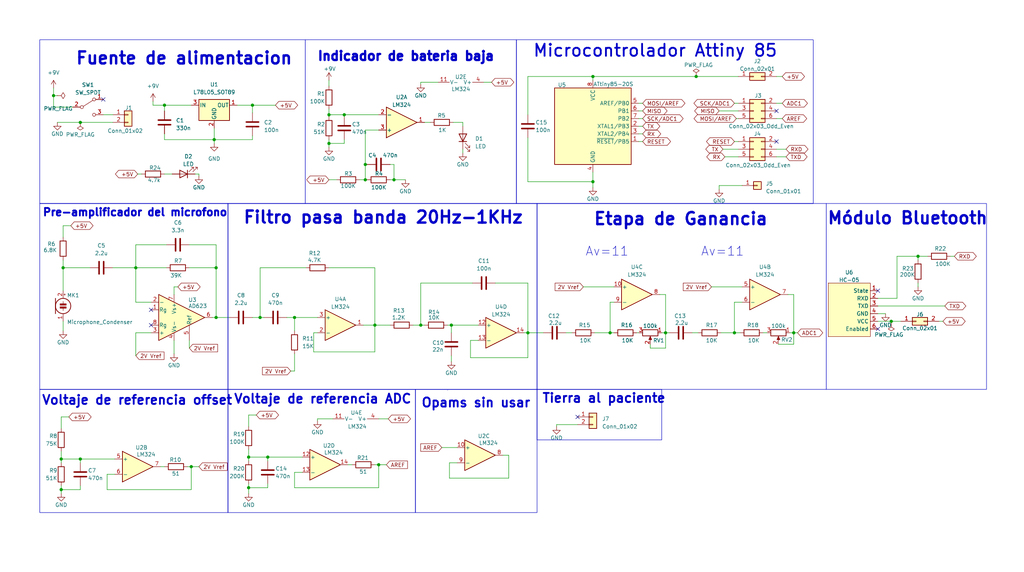
<source format=kicad_sch>
(kicad_sch (version 20230121) (generator eeschema)
  (paper "User" 340.004 189.992)
  (lib_symbols
    (symbol "Amplifier_Instrumentation:AD623" (pin_names (offset 0.127))
      (property "Reference" "U" (at 3.81 7.62 0))
      (property "Value" "AD623" (at 5.08 5.08 0))
      (symbol "AD623_1_1"
        (pin passive line (at -10.16 2.54 0) (length 2.54) (name "Rg") (number "1"))
        (pin input line (at -10.16 5.08 0) (length 2.54) (name "-") (number "2"))
        (pin input line (at -10.16 -5.08 0) (length 2.54) (name "+") (number "3"))
        (pin power_in line (at -2.54 -7.62 90) (length 2.54) (name "Vs-") (number "4"))
        (pin passive line (at 2.54 -7.62 90) (length 5.08) (name "Ref") (number "5"))
        (pin output line (at 10.16 0 180) (length 2.54) (name "~") (number "6"))
        (pin power_in line (at -2.54 7.62 270) (length 2.54) (name "Vs+") (number "7"))
        (pin passive line (at -10.16 -2.54 0) (length 2.54) (name "Rg") (number "8"))
      )
    )
    (symbol "Amplifier_Operational:LM324" (pin_names (offset 0.127))
      (property "Reference" "U" (at 0 5.08 0))
      (property "Value" "LM324" (at 0 -5.08 0))
      (symbol "LM324_1_1"
        (pin output line (at 7.62 0 180) (length 2.54) (name "~") (number "1"))
        (pin input line (at -7.62 -2.54 0) (length 2.54) (name "-") (number "2"))
        (pin input line (at -7.62 2.54 0) (length 2.54) (name "+") (number "3"))
      )
      (symbol "LM324_2_1"
        (pin input line (at -7.62 2.54 0) (length 2.54) (name "+") (number "5"))
        (pin input line (at -7.62 -2.54 0) (length 2.54) (name "-") (number "6"))
        (pin output line (at 7.62 0 180) (length 2.54) (name "~") (number "7"))
      )
      (symbol "LM324_3_1"
        (pin input line (at -7.62 2.54 0) (length 2.54) (name "+") (number "10"))
        (pin output line (at 7.62 0 180) (length 2.54) (name "~") (number "8"))
        (pin input line (at -7.62 -2.54 0) (length 2.54) (name "-") (number "9"))
      )
      (symbol "LM324_4_1"
        (pin input line (at -7.62 2.54 0) (length 2.54) (name "+") (number "12"))
        (pin input line (at -7.62 -2.54 0) (length 2.54) (name "-") (number "13"))
        (pin output line (at 7.62 0 180) (length 2.54) (name "~") (number "14"))
      )
      (symbol "LM324_5_1"
        (pin power_in line (at -2.54 -7.62 90) (length 3.81) (name "V-") (number "11"))
        (pin power_in line (at -2.54 7.62 270) (length 3.81) (name "V+") (number "4"))
      )
    )
    (symbol "Bluetooth:HC-05"
      (property "Reference" "U" (at 6.35 8.89 0))
      (property "Value" "HC-05" (at -3.81 8.89 0))
      (symbol "HC-05_1_1"
        (pin bidirectional line (at 10.16 5.08 180) (length 2.54) (name "State") (number "1"))
        (pin bidirectional line (at 10.16 2.54 180) (length 2.54) (name "RXD") (number "2"))
        (pin bidirectional line (at 10.16 0 180) (length 2.54) (name "TXD") (number "3"))
        (pin power_in line (at 10.16 -2.54 180) (length 2.54) (name "GND") (number "4"))
        (pin power_in line (at 10.16 -5.08 180) (length 2.54) (name "VCC") (number "5"))
        (pin bidirectional line (at 10.16 -7.62 180) (length 2.54) (name "Enabled") (number "6"))
      )
    )
    (symbol "Connector_Generic:Conn_01x01" (pin_names (offset 1.016) hide)
      (property "Reference" "J" (at 0 2.54 0))
      (property "Value" "Conn_01x01" (at 0 -2.54 0))
      (symbol "Conn_01x01_1_1"
        (pin passive line (at -5.08 0 0) (length 3.81) (name "Pin_1") (number "1"))
      )
    )
    (symbol "Connector_Generic:Conn_01x02" (pin_names (offset 1.016) hide)
      (property "Reference" "J" (at 0 2.54 0))
      (property "Value" "Conn_01x02" (at 0 -5.08 0))
      (symbol "Conn_01x02_1_1"
        (pin passive line (at -5.08 0 0) (length 3.81) (name "Pin_1") (number "1"))
        (pin passive line (at -5.08 -2.54 0) (length 3.81) (name "Pin_2") (number "2"))
      )
    )
    (symbol "Connector_Generic:Conn_02x01" (pin_names (offset 1.016) hide)
      (property "Reference" "J" (at 1.27 2.54 0))
      (property "Value" "Conn_02x01" (at 1.27 -2.54 0))
      (symbol "Conn_02x01_1_1"
        (pin passive line (at -5.08 0 0) (length 3.81) (name "Pin_1") (number "1"))
        (pin passive line (at 7.62 0 180) (length 3.81) (name "Pin_2") (number "2"))
      )
    )
    (symbol "Connector_Generic:Conn_02x03_Odd_Even" (pin_names (offset 1.016) hide)
      (property "Reference" "J" (at 1.27 5.08 0))
      (property "Value" "Conn_02x03_Odd_Even" (at 1.27 -5.08 0))
      (symbol "Conn_02x03_Odd_Even_1_1"
        (pin passive line (at -5.08 2.54 0) (length 3.81) (name "Pin_1") (number "1"))
        (pin passive line (at 7.62 2.54 180) (length 3.81) (name "Pin_2") (number "2"))
        (pin passive line (at -5.08 0 0) (length 3.81) (name "Pin_3") (number "3"))
        (pin passive line (at 7.62 0 180) (length 3.81) (name "Pin_4") (number "4"))
        (pin passive line (at -5.08 -2.54 0) (length 3.81) (name "Pin_5") (number "5"))
        (pin passive line (at 7.62 -2.54 180) (length 3.81) (name "Pin_6") (number "6"))
      )
    )
    (symbol "Device:C" (pin_numbers hide) (pin_names (offset 0.254))
      (property "Reference" "C" (at 0.635 2.54 0))
      (property "Value" "C" (at 0.635 -2.54 0))
      (symbol "C_1_1"
        (pin passive line (at 0 3.81 270) (length 2.794) (name "~") (number "1"))
        (pin passive line (at 0 -3.81 90) (length 2.794) (name "~") (number "2"))
      )
    )
    (symbol "Device:LED" (pin_numbers hide) (pin_names (offset 1.016) hide)
      (property "Reference" "D" (at 0 2.54 0))
      (property "Value" "LED" (at 0 -2.54 0))
      (symbol "LED_1_1"
        (pin passive line (at -3.81 0 0) (length 2.54) (name "K") (number "1"))
        (pin passive line (at 3.81 0 180) (length 2.54) (name "A") (number "2"))
      )
    )
    (symbol "Device:Microphone_Condenser" (pin_names (offset 0.0254) hide)
      (property "Reference" "MK" (at -3.302 1.27 0))
      (property "Value" "Microphone_Condenser" (at -3.302 -0.635 0))
      (symbol "Microphone_Condenser_1_1"
        (pin passive line (at 0 -5.08 90) (length 2.54) (name "-") (number "1"))
        (pin passive line (at 0 5.08 270) (length 2.54) (name "+") (number "2"))
      )
    )
    (symbol "Device:R" (pin_numbers hide) (pin_names (offset 0))
      (property "Reference" "R" (at 2.032 0 90))
      (property "Value" "R" (at 0 0 90))
      (symbol "R_1_1"
        (pin passive line (at 0 3.81 270) (length 1.27) (name "~") (number "1"))
        (pin passive line (at 0 -3.81 90) (length 1.27) (name "~") (number "2"))
      )
    )
    (symbol "Device:R_Potentiometer" (pin_names (offset 1.016) hide)
      (property "Reference" "RV" (at -4.445 0 90))
      (property "Value" "R_Potentiometer" (at -2.54 0 90))
      (symbol "R_Potentiometer_1_1"
        (pin passive line (at 0 3.81 270) (length 1.27) (name "1") (number "1"))
        (pin passive line (at 3.81 0 180) (length 1.27) (name "2") (number "2"))
        (pin passive line (at 0 -3.81 90) (length 1.27) (name "3") (number "3"))
      )
    )
    (symbol "MCU_Microchip_ATtiny:ATtiny85-20S"
      (property "Reference" "U" (at -12.7 13.97 0))
      (property "Value" "ATtiny85-20S" (at 2.54 -13.97 0))
      (symbol "ATtiny85-20S_1_1"
        (pin bidirectional line (at 15.24 -5.08 180) (length 2.54) (name "~{RESET}/PB5") (number "1"))
        (pin bidirectional line (at 15.24 0 180) (length 2.54) (name "XTAL1/PB3") (number "2"))
        (pin bidirectional line (at 15.24 -2.54 180) (length 2.54) (name "XTAL2/PB4") (number "3"))
        (pin power_in line (at 0 -15.24 90) (length 2.54) (name "GND") (number "4"))
        (pin bidirectional line (at 15.24 7.62 180) (length 2.54) (name "AREF/PB0") (number "5"))
        (pin bidirectional line (at 15.24 5.08 180) (length 2.54) (name "PB1") (number "6"))
        (pin bidirectional line (at 15.24 2.54 180) (length 2.54) (name "PB2") (number "7"))
        (pin power_in line (at 0 15.24 270) (length 2.54) (name "VCC") (number "8"))
      )
    )
    (symbol "Regulator_Linear:L78L05_SOT89" (pin_names (offset 0.254))
      (property "Reference" "U" (at -3.81 3.175 0))
      (property "Value" "L78L05_SOT89" (at -0.635 3.175 0))
      (symbol "L78L05_SOT89_1_1"
        (pin power_out line (at 7.62 0 180) (length 2.54) (name "OUT") (number "1"))
        (pin power_in line (at 0 -7.62 90) (length 2.54) (name "GND") (number "2"))
        (pin power_in line (at -7.62 0 0) (length 2.54) (name "IN") (number "3"))
      )
    )
    (symbol "Switch:SW_SPDT" (pin_names (offset 0) hide)
      (property "Reference" "SW" (at 0 4.318 0))
      (property "Value" "SW_SPDT" (at 0 -5.08 0))
      (symbol "SW_SPDT_1_1"
        (pin passive line (at 5.08 2.54 180) (length 2.54) (name "A") (number "1"))
        (pin passive line (at -5.08 0 0) (length 2.54) (name "B") (number "2"))
        (pin passive line (at 5.08 -2.54 180) (length 2.54) (name "C") (number "3"))
      )
    )
    (symbol "power:+9V" (power) (pin_names (offset 0))
      (property "Value" "+9V" (at 0 3.556 0))
      (symbol "+9V_1_1"
        (pin power_in line (at 0 0 90) (length 0) hide (name "+9V") (number "1"))
      )
    )
    (symbol "power:GND" (power) (pin_names (offset 0))
      (property "Value" "GND" (at 0 -3.81 0))
      (symbol "GND_1_1"
        (pin power_in line (at 0 0 270) (length 0) hide (name "GND") (number "1"))
      )
    )
    (symbol "power:PWR_FLAG" (power) (pin_numbers hide) (pin_names (offset 0) hide)
      (property "Value" "PWR_FLAG" (at 0 3.81 0))
      (symbol "PWR_FLAG_0_0"
        (pin power_out line (at 0 0 90) (length 0) (name "pwr") (number "1"))
      )
    )
  )
  (junction (at 54.61 34.925))
  (junction (at 114.3 38.1))
  (junction (at 20.32 152.4))
  (junction (at 88.9 151.765))
  (junction (at 149.86 107.95))
  (junction (at 82.55 151.765))
  (junction (at 124.46 107.95))
  (junction (at 202.565 110.49))
  (junction (at 45.085 88.9))
  (junction (at 231.14 25.4))
  (junction (at 26.67 40.64))
  (junction (at 243.84 110.49))
  (junction (at 20.955 88.9))
  (junction (at 125.73 154.305))
  (junction (at 71.755 88.9))
  (junction (at 121.285 59.69))
  (junction (at 82.55 161.925))
  (junction (at 71.755 105.41))
  (junction (at 20.32 162.56))
  (junction (at 263.525 110.49))
  (junction (at 26.67 152.4))
  (junction (at 196.85 25.4))
  (junction (at 220.98 110.49))
  (junction (at 63.5 154.94))
  (junction (at 295.91 106.68))
  (junction (at 121.285 54.61))
  (junction (at 109.22 47.625))
  (junction (at 196.85 60.325))
  (junction (at 97.79 105.41))
  (junction (at 71.12 46.355))
  (junction (at 17.78 31.75))
  (junction (at 139.7 107.95))
  (junction (at 83.82 34.925))
  (junction (at 86.36 105.41))
  (junction (at 304.8 85.09))
  (junction (at 130.81 59.69))
  (junction (at 175.26 110.49))
  (junction (at 109.22 38.1))
  (no_connect (at 50.165 102.87))
  (no_connect (at 50.165 107.95))
  (no_connect (at 291.465 96.52))
  (no_connect (at 191.77 138.43))
  (no_connect (at 257.81 36.83))
  (no_connect (at 257.81 46.99))
  (no_connect (at 34.29 33.02))
  (no_connect (at 291.465 109.22))
  (wire (pts (xy 64.77 57.785) (xy 66.04 57.785)))
  (wire (pts (xy 297.815 99.06) (xy 297.815 85.09)))
  (wire (pts (xy 20.955 106.68) (xy 20.955 109.855)))
  (wire (pts (xy 129.54 59.69) (xy 130.81 59.69)))
  (wire (pts (xy 202.565 100.33) (xy 203.835 100.33)))
  (wire (pts (xy 54.61 34.925) (xy 54.61 36.83)))
  (wire (pts (xy 149.86 118.11) (xy 149.86 120.015)))
  (wire (pts (xy 243.84 100.33) (xy 246.38 100.33)))
  (wire (pts (xy 20.32 161.29) (xy 20.32 162.56)))
  (wire (pts (xy 70.485 105.41) (xy 71.755 105.41)))
  (wire (pts (xy 63.5 162.56) (xy 63.5 154.94)))
  (wire (pts (xy 116.84 154.305) (xy 115.57 154.305)))
  (wire (pts (xy 20.955 78.74) (xy 20.955 74.93)))
  (wire (pts (xy 57.785 95.25) (xy 57.785 97.79)))
  (wire (pts (xy 55.245 88.9) (xy 45.085 88.9)))
  (wire (pts (xy 86.36 88.9) (xy 101.6 88.9)))
  (wire (pts (xy 240.665 52.07) (xy 245.11 52.07)))
  (wire (pts (xy 243.84 46.99) (xy 245.11 46.99)))
  (wire (pts (xy 196.85 25.4) (xy 231.14 25.4)))
  (wire (pts (xy 158.75 113.03) (xy 156.21 113.03)))
  (wire (pts (xy 20.955 86.36) (xy 20.955 88.9)))
  (wire (pts (xy 196.85 60.325) (xy 196.85 57.15)))
  (wire (pts (xy 105.41 139.065) (xy 105.41 139.7)))
  (wire (pts (xy 110.49 139.065) (xy 105.41 139.065)))
  (wire (pts (xy 149.86 107.95) (xy 149.86 110.49)))
  (wire (pts (xy 212.09 44.45) (xy 213.36 44.45)))
  (wire (pts (xy 202.565 100.33) (xy 202.565 110.49)))
  (wire (pts (xy 257.81 39.37) (xy 259.715 39.37)))
  (wire (pts (xy 114.3 46.355) (xy 114.3 47.625)))
  (wire (pts (xy 148.59 107.95) (xy 149.86 107.95)))
  (wire (pts (xy 245.11 25.4) (xy 231.14 25.4)))
  (wire (pts (xy 219.71 110.49) (xy 220.98 110.49)))
  (wire (pts (xy 245.11 39.37) (xy 244.475 39.37)))
  (wire (pts (xy 26.67 162.56) (xy 20.32 162.56)))
  (wire (pts (xy 313.69 101.6) (xy 291.465 101.6)))
  (wire (pts (xy 20.32 162.56) (xy 20.32 163.83)))
  (wire (pts (xy 109.22 38.1) (xy 114.3 38.1)))
  (wire (pts (xy 124.46 107.95) (xy 129.54 107.95)))
  (wire (pts (xy 114.3 38.1) (xy 125.73 38.1)))
  (wire (pts (xy 238.76 61.595) (xy 238.76 62.865)))
  (wire (pts (xy 109.22 26.67) (xy 109.22 28.575)))
  (wire (pts (xy 59.055 95.25) (xy 57.785 95.25)))
  (wire (pts (xy 304.8 85.09) (xy 304.8 86.36)))
  (wire (pts (xy 88.9 151.765) (xy 100.33 151.765)))
  (wire (pts (xy 121.285 59.69) (xy 121.92 59.69)))
  (wire (pts (xy 57.785 113.03) (xy 57.785 117.475)))
  (wire (pts (xy 54.61 34.925) (xy 50.8 34.925)))
  (wire (pts (xy 83.82 45.085) (xy 83.82 46.355)))
  (wire (pts (xy 62.865 88.9) (xy 71.755 88.9)))
  (wire (pts (xy 215.9 115.57) (xy 220.98 115.57)))
  (wire (pts (xy 307.975 85.09) (xy 304.8 85.09)))
  (wire (pts (xy 63.5 34.925) (xy 54.61 34.925)))
  (wire (pts (xy 85.09 137.795) (xy 82.55 137.795)))
  (wire (pts (xy 153.67 49.53) (xy 153.67 50.8)))
  (wire (pts (xy 243.84 110.49) (xy 239.395 110.49)))
  (wire (pts (xy 121.285 54.61) (xy 121.92 54.61)))
  (wire (pts (xy 212.09 46.99) (xy 213.36 46.99)))
  (wire (pts (xy 83.82 37.465) (xy 83.82 34.925)))
  (wire (pts (xy 71.755 105.41) (xy 76.2 105.41)))
  (wire (pts (xy 20.32 149.86) (xy 20.32 152.4)))
  (wire (pts (xy 202.565 110.49) (xy 203.835 110.49)))
  (wire (pts (xy 238.76 36.83) (xy 245.11 36.83)))
  (wire (pts (xy 20.955 74.93) (xy 23.495 74.93)))
  (wire (pts (xy 257.81 34.29) (xy 259.715 34.29)))
  (wire (pts (xy 168.91 151.13) (xy 167.005 151.13)))
  (wire (pts (xy 139.7 27.305) (xy 139.7 27.94)))
  (wire (pts (xy 191.77 140.97) (xy 184.785 140.97)))
  (wire (pts (xy 168.91 158.75) (xy 168.91 151.13)))
  (wire (pts (xy 156.845 93.98) (xy 139.7 93.98)))
  (wire (pts (xy 291.465 106.68) (xy 295.91 106.68)))
  (wire (pts (xy 125.73 161.925) (xy 125.73 154.305)))
  (wire (pts (xy 145.415 27.305) (xy 139.7 27.305)))
  (wire (pts (xy 315.595 85.09) (xy 316.865 85.09)))
  (wire (pts (xy 175.26 93.98) (xy 175.26 110.49)))
  (wire (pts (xy 129.54 54.61) (xy 130.81 54.61)))
  (wire (pts (xy 109.22 47.625) (xy 109.22 48.895)))
  (wire (pts (xy 153.67 40.64) (xy 150.495 40.64)))
  (wire (pts (xy 62.865 113.03) (xy 62.865 115.57)))
  (wire (pts (xy 20.32 152.4) (xy 20.32 153.67)))
  (wire (pts (xy 297.815 85.09) (xy 304.8 85.09)))
  (wire (pts (xy 109.22 59.69) (xy 111.76 59.69)))
  (wire (pts (xy 37.465 88.9) (xy 45.085 88.9)))
  (wire (pts (xy 219.075 97.79) (xy 220.98 97.79)))
  (wire (pts (xy 257.81 49.53) (xy 260.985 49.53)))
  (wire (pts (xy 78.74 34.925) (xy 83.82 34.925)))
  (wire (pts (xy 97.79 123.19) (xy 97.79 117.475)))
  (wire (pts (xy 35.56 157.48) (xy 35.56 162.56)))
  (wire (pts (xy 82.55 151.765) (xy 82.55 153.035)))
  (wire (pts (xy 82.55 160.655) (xy 82.55 161.925)))
  (wire (pts (xy 24.13 35.56) (xy 17.78 35.56)))
  (wire (pts (xy 63.5 154.94) (xy 66.04 154.94)))
  (wire (pts (xy 54.61 46.355) (xy 71.12 46.355)))
  (wire (pts (xy 139.7 107.95) (xy 140.97 107.95)))
  (wire (pts (xy 86.36 105.41) (xy 83.82 105.41)))
  (wire (pts (xy 17.78 31.75) (xy 17.78 29.21)))
  (wire (pts (xy 291.465 104.14) (xy 294.005 104.14)))
  (wire (pts (xy 125.73 154.305) (xy 124.46 154.305)))
  (wire (pts (xy 45.085 81.28) (xy 55.245 81.28)))
  (wire (pts (xy 212.09 36.83) (xy 213.36 36.83)))
  (wire (pts (xy 88.9 161.925) (xy 82.55 161.925)))
  (wire (pts (xy 196.85 60.325) (xy 196.85 62.23)))
  (wire (pts (xy 220.98 110.49) (xy 222.25 110.49)))
  (wire (pts (xy 175.26 25.4) (xy 196.85 25.4)))
  (wire (pts (xy 88.9 160.655) (xy 88.9 161.925)))
  (wire (pts (xy 38.1 157.48) (xy 35.56 157.48)))
  (wire (pts (xy 137.16 107.95) (xy 139.7 107.95)))
  (wire (pts (xy 295.91 106.68) (xy 295.91 107.315)))
  (wire (pts (xy 149.86 107.95) (xy 158.75 107.95)))
  (wire (pts (xy 153.67 41.91) (xy 153.67 40.64)))
  (polyline (pts (xy 148.59 129.54) (xy 148.59 129.54)))
  (wire (pts (xy 125.73 139.065) (xy 128.905 139.065)))
  (wire (pts (xy 26.67 152.4) (xy 38.1 152.4)))
  (wire (pts (xy 164.465 93.98) (xy 175.26 93.98)))
  (wire (pts (xy 149.225 158.75) (xy 168.91 158.75)))
  (wire (pts (xy 71.12 42.545) (xy 71.12 46.355)))
  (wire (pts (xy 263.525 110.49) (xy 264.795 110.49)))
  (wire (pts (xy 26.67 40.64) (xy 37.465 40.64)))
  (wire (pts (xy 311.785 106.68) (xy 313.055 106.68)))
  (wire (pts (xy 142.875 40.64) (xy 140.97 40.64)))
  (wire (pts (xy 97.79 161.925) (xy 125.73 161.925)))
  (wire (pts (xy 124.46 107.95) (xy 124.46 116.84)))
  (wire (pts (xy 45.085 110.49) (xy 45.085 118.11)))
  (wire (pts (xy 97.79 105.41) (xy 105.41 105.41)))
  (wire (pts (xy 240.03 49.53) (xy 245.11 49.53)))
  (wire (pts (xy 175.26 60.325) (xy 196.85 60.325)))
  (wire (pts (xy 71.755 88.9) (xy 71.755 105.41)))
  (wire (pts (xy 45.085 100.33) (xy 50.165 100.33)))
  (wire (pts (xy 88.9 153.035) (xy 88.9 151.765)))
  (wire (pts (xy 86.36 105.41) (xy 87.63 105.41)))
  (wire (pts (xy 257.81 52.07) (xy 260.985 52.07)))
  (wire (pts (xy 20.955 88.9) (xy 29.845 88.9)))
  (wire (pts (xy 197.485 110.49) (xy 202.565 110.49)))
  (wire (pts (xy 82.55 161.925) (xy 82.55 163.83)))
  (wire (pts (xy 184.785 140.97) (xy 184.785 141.605)))
  (wire (pts (xy 17.78 31.75) (xy 19.05 31.75)))
  (wire (pts (xy 156.21 113.03) (xy 156.21 118.745)))
  (wire (pts (xy 26.67 161.29) (xy 26.67 162.56)))
  (wire (pts (xy 20.955 88.9) (xy 20.955 96.52)))
  (wire (pts (xy 109.22 36.195) (xy 109.22 38.1)))
  (wire (pts (xy 97.79 105.41) (xy 95.25 105.41)))
  (wire (pts (xy 212.09 41.91) (xy 213.36 41.91)))
  (wire (pts (xy 120.65 107.95) (xy 124.46 107.95)))
  (wire (pts (xy 54.61 57.785) (xy 57.15 57.785)))
  (wire (pts (xy 86.36 88.9) (xy 86.36 105.41)))
  (wire (pts (xy 261.62 97.79) (xy 263.525 97.79)))
  (wire (pts (xy 243.84 100.33) (xy 243.84 110.49)))
  (wire (pts (xy 20.32 138.43) (xy 20.32 142.24)))
  (wire (pts (xy 45.72 57.785) (xy 46.99 57.785)))
  (wire (pts (xy 295.91 106.68) (xy 299.085 106.68)))
  (wire (pts (xy 54.61 44.45) (xy 54.61 46.355)))
  (wire (pts (xy 212.09 39.37) (xy 213.36 39.37)))
  (wire (pts (xy 54.61 154.94) (xy 53.34 154.94)))
  (wire (pts (xy 125.73 154.305) (xy 128.27 154.305)))
  (wire (pts (xy 88.9 151.765) (xy 82.55 151.765)))
  (wire (pts (xy 63.5 154.94) (xy 62.23 154.94)))
  (wire (pts (xy 263.525 97.79) (xy 263.525 110.49)))
  (wire (pts (xy 26.67 153.67) (xy 26.67 152.4)))
  (wire (pts (xy 243.84 34.29) (xy 245.11 34.29)))
  (wire (pts (xy 211.455 110.49) (xy 212.09 110.49)))
  (wire (pts (xy 114.3 47.625) (xy 109.22 47.625)))
  (wire (pts (xy 253.365 110.49) (xy 254.635 110.49)))
  (wire (pts (xy 104.14 116.84) (xy 124.46 116.84)))
  (wire (pts (xy 97.79 156.845) (xy 97.79 161.925)))
  (wire (pts (xy 215.9 114.3) (xy 215.9 115.57)))
  (wire (pts (xy 229.87 110.49) (xy 231.775 110.49)))
  (wire (pts (xy 100.33 156.845) (xy 97.79 156.845)))
  (wire (pts (xy 71.12 46.355) (xy 71.12 47.625)))
  (wire (pts (xy 35.56 162.56) (xy 63.5 162.56)))
  (wire (pts (xy 71.12 46.355) (xy 83.82 46.355)))
  (wire (pts (xy 121.285 59.69) (xy 121.285 54.61)))
  (wire (pts (xy 146.685 148.59) (xy 151.765 148.59)))
  (wire (pts (xy 19.05 40.64) (xy 26.67 40.64)))
  (wire (pts (xy 109.22 88.9) (xy 124.46 88.9)))
  (wire (pts (xy 149.225 153.67) (xy 149.225 158.75)))
  (wire (pts (xy 114.3 38.1) (xy 114.3 38.735)))
  (wire (pts (xy 175.26 38.1) (xy 175.26 25.4)))
  (wire (pts (xy 151.765 153.67) (xy 149.225 153.67)))
  (wire (pts (xy 173.99 110.49) (xy 175.26 110.49)))
  (wire (pts (xy 22.86 138.43) (xy 20.32 138.43)))
  (wire (pts (xy 263.525 110.49) (xy 263.525 114.3)))
  (wire (pts (xy 187.96 110.49) (xy 189.865 110.49)))
  (wire (pts (xy 71.755 88.9) (xy 71.755 81.28)))
  (wire (pts (xy 71.755 81.28) (xy 62.865 81.28)))
  (wire (pts (xy 17.78 35.56) (xy 17.78 31.75)))
  (wire (pts (xy 243.84 110.49) (xy 245.745 110.49)))
  (wire (pts (xy 156.21 118.745) (xy 175.26 118.745)))
  (wire (pts (xy 124.46 88.9) (xy 124.46 107.95)))
  (wire (pts (xy 246.38 61.595) (xy 238.76 61.595)))
  (wire (pts (xy 109.22 46.355) (xy 109.22 47.625)))
  (wire (pts (xy 291.465 99.06) (xy 297.815 99.06)))
  (wire (pts (xy 257.81 25.4) (xy 259.715 25.4)))
  (wire (pts (xy 82.55 149.225) (xy 82.55 151.765)))
  (wire (pts (xy 212.09 34.29) (xy 213.36 34.29)))
  (wire (pts (xy 262.255 110.49) (xy 263.525 110.49)))
  (wire (pts (xy 125.73 43.18) (xy 121.285 43.18)))
  (wire (pts (xy 193.675 95.25) (xy 203.835 95.25)))
  (wire (pts (xy 45.085 88.9) (xy 45.085 100.33)))
  (wire (pts (xy 109.22 38.1) (xy 109.22 38.735)))
  (wire (pts (xy 175.26 110.49) (xy 180.34 110.49)))
  (wire (pts (xy 96.52 123.19) (xy 97.79 123.19)))
  (wire (pts (xy 196.85 25.4) (xy 196.85 26.67)))
  (wire (pts (xy 175.26 45.72) (xy 175.26 60.325)))
  (wire (pts (xy 66.04 57.785) (xy 66.04 58.42)))
  (wire (pts (xy 139.7 93.98) (xy 139.7 107.95)))
  (wire (pts (xy 83.82 34.925) (xy 91.44 34.925)))
  (wire (pts (xy 82.55 137.795) (xy 82.55 141.605)))
  (wire (pts (xy 105.41 110.49) (xy 104.14 110.49)))
  (wire (pts (xy 97.79 109.855) (xy 97.79 105.41)))
  (wire (pts (xy 304.8 93.98) (xy 304.8 95.25)))
  (wire (pts (xy 263.525 114.3) (xy 258.445 114.3)))
  (wire (pts (xy 220.98 115.57) (xy 220.98 110.49)))
  (wire (pts (xy 175.26 110.49) (xy 175.26 118.745)))
  (wire (pts (xy 26.67 152.4) (xy 20.32 152.4)))
  (wire (pts (xy 220.98 97.79) (xy 220.98 110.49)))
  (wire (pts (xy 50.8 34.925) (xy 50.8 33.655)))
  (wire (pts (xy 121.285 43.18) (xy 121.285 54.61)))
  (wire (pts (xy 130.81 59.69) (xy 134.62 59.69)))
  (wire (pts (xy 236.22 95.25) (xy 246.38 95.25)))
  (wire (pts (xy 37.465 38.1) (xy 34.29 38.1)))
  (wire (pts (xy 45.085 81.28) (xy 45.085 88.9)))
  (wire (pts (xy 104.14 110.49) (xy 104.14 116.84)))
  (wire (pts (xy 130.81 54.61) (xy 130.81 59.69)))
  (wire (pts (xy 45.085 110.49) (xy 50.165 110.49)))
  (wire (pts (xy 119.38 59.69) (xy 121.285 59.69)))
  (wire (pts (xy 160.655 27.305) (xy 163.195 27.305)))
  (rectangle (start 101.346 13.208) (end 171.45 67.564))
  (rectangle (start 75.692 67.564) (end 178.308 129.286))
  (rectangle (start 75.692 129.286) (end 137.922 170.18))
  (rectangle (start 13.208 129.286) (end 75.692 170.18))
  (rectangle (start 274.32 67.564) (end 327.533 129.286))
  (rectangle (start 13.208 67.564) (end 75.692 129.286))
  (rectangle (start 137.922 129.286) (end 178.308 170.18))
  (rectangle (start 13.208 13.208) (end 101.346 67.564))
  (rectangle (start 171.45 13.208) (end 270.002 67.564))
  (rectangle (start 178.308 129.286) (end 219.71 146.05))
  (rectangle (start 178.308 67.564) (end 274.32 129.286))
  (text "Voltaje de referencia ADC" (at 77.47 134.366 0) (effects (font (size 3 3) bold) (justify left bottom)))
  (text "Voltaje de referencia offset" (at 13.716 134.747 0) (effects (font (size 3 3) bold) (justify left bottom)))
  (text "Microcontrolador Attiny 85" (at 176.784 19.304 0) (effects (font (size 4 4) (thickness 0.6) bold) (justify left bottom)))
  (text "Tierra al paciente" (at 179.832 134.112 0) (effects (font (size 3 3) bold) (justify left bottom)))
  (text "Pre-amplificador del microfono" (at 13.97 72.136 0) (effects (font (size 2.5 2.5) (thickness 0.6) bold) (justify left bottom)))
  (text "Av=11\n" (at 194.31 85.344 0) (effects (font (size 3 3)) (justify left bottom)))
  (text "Indicador de bateria baja\n" (at 105.156 20.574 0) (effects (font (size 3 3) (thickness 0.8) bold) (justify left bottom)))
  (text "Filtro pasa banda 20Hz-1KHz" (at 80.518 74.676 0) (effects (font (size 4 4) (thickness 0.8) bold) (justify left bottom)))
  (text "Etapa de Ganancia" (at 196.85 75.184 0) (effects (font (size 4 4) bold) (justify left bottom)))
  (text "Módulo Bluetooth" (at 274.447 74.93 0) (effects (font (size 4 4) bold) (justify left bottom)))
  (text "Opams sin usar\n" (at 139.7 135.636 0) (effects (font (size 3 3) bold) (justify left bottom)))
  (text "Av=11\n" (at 232.664 85.344 0) (effects (font (size 3 3)) (justify left bottom)))
  (text "Fuente de alimentacion" (at 24.892 21.844 0) (effects (font (size 4 4) (thickness 0.8) bold) (justify left bottom)))
  (global_label "AREF" (shape input) (at 146.685 148.59 180) (property "Intersheetrefs" "${INTERSHEET_REFS}" (effects hide)))
  (global_label "+5V" (shape bidirectional) (at 22.86 138.43 0) (property "Intersheetrefs" "${INTERSHEET_REFS}" (effects hide)))
  (global_label "+5V" (shape bidirectional) (at 59.055 95.25 0) (property "Intersheetrefs" "${INTERSHEET_REFS}" (effects hide)))
  (global_label "+5V" (shape bidirectional) (at 109.22 59.69 180) (property "Intersheetrefs" "${INTERSHEET_REFS}" (effects hide)))
  (global_label "TX" (shape bidirectional) (at 240.03 49.53 180) (property "Intersheetrefs" "${INTERSHEET_REFS}" (effects hide)))
  (global_label "TXD" (shape bidirectional) (at 313.69 101.6 0) (property "Intersheetrefs" "${INTERSHEET_REFS}" (effects hide)))
  (global_label "2V Vref" (shape input) (at 236.22 95.25 180) (property "Intersheetrefs" "${INTERSHEET_REFS}" (effects hide)))
  (global_label "AREF" (shape input) (at 128.27 154.305 0) (property "Intersheetrefs" "${INTERSHEET_REFS}" (effects hide)))
  (global_label "+5V" (shape bidirectional) (at 313.055 106.68 0) (property "Intersheetrefs" "${INTERSHEET_REFS}" (effects hide)))
  (global_label "+5V" (shape bidirectional) (at 259.715 25.4 0) (property "Intersheetrefs" "${INTERSHEET_REFS}" (effects hide)))
  (global_label "ADC1" (shape bidirectional) (at 259.715 34.29 0) (property "Intersheetrefs" "${INTERSHEET_REFS}" (effects hide)))
  (global_label "SCK{slash}ADC1" (shape bidirectional) (at 213.36 39.37 0) (property "Intersheetrefs" "${INTERSHEET_REFS}" (effects hide)))
  (global_label "AREF" (shape bidirectional) (at 259.715 39.37 0) (property "Intersheetrefs" "${INTERSHEET_REFS}" (effects hide)))
  (global_label "TXD" (shape bidirectional) (at 260.985 52.07 0) (property "Intersheetrefs" "${INTERSHEET_REFS}" (effects hide)))
  (global_label "+5V" (shape bidirectional) (at 163.195 27.305 0) (property "Intersheetrefs" "${INTERSHEET_REFS}" (effects hide)))
  (global_label "RX" (shape bidirectional) (at 213.36 44.45 0) (property "Intersheetrefs" "${INTERSHEET_REFS}" (effects hide)))
  (global_label "ADC1" (shape bidirectional) (at 264.795 110.49 0) (property "Intersheetrefs" "${INTERSHEET_REFS}" (effects hide)))
  (global_label "+5V" (shape bidirectional) (at 23.495 74.93 0) (property "Intersheetrefs" "${INTERSHEET_REFS}" (effects hide)))
  (global_label "2V Vref" (shape input) (at 62.865 115.57 0) (property "Intersheetrefs" "${INTERSHEET_REFS}" (effects hide)))
  (global_label "+5V" (shape bidirectional) (at 85.09 137.795 0) (property "Intersheetrefs" "${INTERSHEET_REFS}" (effects hide)))
  (global_label "RESET" (shape bidirectional) (at 213.36 46.99 0) (property "Intersheetrefs" "${INTERSHEET_REFS}" (effects hide)))
  (global_label "RXD" (shape bidirectional) (at 316.865 85.09 0) (property "Intersheetrefs" "${INTERSHEET_REFS}" (effects hide)))
  (global_label "2V Vref" (shape input) (at 96.52 123.19 180) (property "Intersheetrefs" "${INTERSHEET_REFS}" (effects hide)))
  (global_label "2V Vref" (shape input) (at 193.675 95.25 180) (property "Intersheetrefs" "${INTERSHEET_REFS}" (effects hide)))
  (global_label "MISO" (shape bidirectional) (at 238.76 36.83 180) (property "Intersheetrefs" "${INTERSHEET_REFS}" (effects hide)))
  (global_label "+5V" (shape bidirectional) (at 91.44 34.925 0) (property "Intersheetrefs" "${INTERSHEET_REFS}" (effects hide)))
  (global_label "RXD" (shape bidirectional) (at 260.985 49.53 0) (property "Intersheetrefs" "${INTERSHEET_REFS}" (effects hide)))
  (global_label "2V Vref" (shape input) (at 45.085 118.11 0) (property "Intersheetrefs" "${INTERSHEET_REFS}" (effects hide)))
  (global_label "MISO" (shape bidirectional) (at 213.36 36.83 0) (property "Intersheetrefs" "${INTERSHEET_REFS}" (effects hide)))
  (global_label "MOSI{slash}AREF" (shape bidirectional) (at 244.475 39.37 180) (property "Intersheetrefs" "${INTERSHEET_REFS}" (effects hide)))
  (global_label "+5V" (shape bidirectional) (at 128.905 139.065 0) (property "Intersheetrefs" "${INTERSHEET_REFS}" (effects hide)))
  (global_label "RX" (shape bidirectional) (at 240.665 52.07 180) (property "Intersheetrefs" "${INTERSHEET_REFS}" (effects hide)))
  (global_label "RESET" (shape bidirectional) (at 243.84 46.99 180) (property "Intersheetrefs" "${INTERSHEET_REFS}" (effects hide)))
  (global_label "MOSI{slash}AREF" (shape bidirectional) (at 213.36 34.29 0) (property "Intersheetrefs" "${INTERSHEET_REFS}" (effects hide)))
  (global_label "TX" (shape bidirectional) (at 213.36 41.91 0) (property "Intersheetrefs" "${INTERSHEET_REFS}" (effects hide)))
  (global_label "2V Vref" (shape input) (at 66.04 154.94 0) (property "Intersheetrefs" "${INTERSHEET_REFS}" (effects hide)))
  (global_label "+5V" (shape bidirectional) (at 45.72 57.785 180) (property "Intersheetrefs" "${INTERSHEET_REFS}" (effects hide)))
  (global_label "SCK{slash}ADC1" (shape bidirectional) (at 243.84 34.29 180) (property "Intersheetrefs" "${INTERSHEET_REFS}" (effects hide)))
  (symbol (lib_id "power:+9V") (at 17.78 29.21 0) (unit 1)
    (property "Reference" "#PWR01" (effects hide))
    (property "Value" "+9V" (at 17.78 24.13 0))
  )
  (symbol (lib_id "power:PWR_FLAG") (at 26.67 40.64 180) (unit 1)
    (property "Reference" "#FLG02" (effects hide))
    (property "Value" "PWR_FLAG" (at 31.496 44.704 0) (effects (justify left)))
  )
  (symbol (lib_id "Connector_Generic:Conn_01x02") (at 42.545 38.1 0) (unit 1)
    (property "Reference" "J1" (at 41.529 35.814 0) (effects (justify left)))
    (property "Value" "Conn_01x02" (at 35.687 43.434 0) (effects (justify left)))
    (property "Footprint" "Connector_JST:JST_EH_S2B-EH_1x02_P2.50mm_Horizontal" (effects hide))
  )
  (symbol (lib_id "Device:C") (at 83.82 41.275 0) (unit 1)
    (property "Reference" "C2" (at 87.63 40.64 0) (effects (justify left)))
    (property "Value" "100n" (at 87.63 43.18 0) (effects (justify left)))
    (property "Footprint" "Capacitor_SMD:C_0805_2012Metric_Pad1.18x1.45mm_HandSolder" (effects hide))
  )
  (symbol (lib_id "power:GND") (at 71.12 47.625 0) (unit 1)
    (property "Reference" "#PWR0107" (effects hide))
    (property "Value" "GND" (at 71.12 52.705 0))
  )
  (symbol (lib_id "Device:C") (at 54.61 40.64 0) (unit 1)
    (property "Reference" "C1" (at 58.42 40.005 0) (effects (justify left)))
    (property "Value" "330n" (at 58.42 42.545 0) (effects (justify left)))
    (property "Footprint" "Capacitor_SMD:C_0805_2012Metric_Pad1.18x1.45mm_HandSolder" (effects hide))
  )
  (symbol (lib_id "Device:C") (at 114.3 42.545 180) (unit 1)
    (property "Reference" "C3" (at 116.84 41.275 0) (effects (justify right)))
    (property "Value" "470n" (at 116.84 43.815 0) (effects (justify right)))
    (property "Footprint" "Capacitor_SMD:C_0805_2012Metric_Pad1.18x1.45mm_HandSolder" (effects hide))
  )
  (symbol (lib_id "Device:R") (at 20.955 82.55 180) (unit 1)
    (property "Reference" "R6" (at 18.415 81.026 0) (effects (justify left)))
    (property "Value" "6.8K" (at 18.923 83.058 0) (effects (justify left)))
    (property "Footprint" "Resistor_SMD:R_0805_2012Metric_Pad1.20x1.40mm_HandSolder" (effects hide))
  )
  (symbol (lib_id "Device:R") (at 120.65 154.305 90) (unit 1)
    (property "Reference" "R21" (at 122.428 152.019 90) (effects (justify left)))
    (property "Value" "51" (at 121.92 156.591 90) (effects (justify left)))
    (property "Footprint" "Resistor_SMD:R_0805_2012Metric_Pad1.20x1.40mm_HandSolder" (effects hide))
  )
  (symbol (lib_id "Amplifier_Operational:LM324") (at 159.385 151.13 0) (unit 3)
    (property "Reference" "U2" (at 160.655 144.78 0))
    (property "Value" "LM324" (at 162.179 147.066 0))
    (property "Footprint" "Package_SO:SOIC-14_3.9x8.7mm_P1.27mm" (effects hide))
    (property "Datasheet" "http://www.ti.com/lit/ds/symlink/lm2902-n.pdf" (effects hide))
  )
  (symbol (lib_id "Device:R") (at 109.22 42.545 180) (unit 1)
    (property "Reference" "R2" (at 107.95 41.275 0) (effects (justify left)))
    (property "Value" "51K" (at 107.95 43.815 0) (effects (justify left)))
    (property "Footprint" "Resistor_SMD:R_0805_2012Metric_Pad1.20x1.40mm_HandSolder" (effects hide))
  )
  (symbol (lib_id "Device:C") (at 91.44 105.41 90) (unit 1)
    (property "Reference" "C9" (at 91.44 98.044 90))
    (property "Value" "470n" (at 91.44 100.584 90))
    (property "Footprint" "Capacitor_SMD:C_0805_2012Metric_Pad1.18x1.45mm_HandSolder" (effects hide))
  )
  (symbol (lib_id "power:GND") (at 134.62 59.69 0) (unit 1)
    (property "Reference" "#PWR011" (effects hide))
    (property "Value" "GND" (at 134.62 63.5 0))
  )
  (symbol (lib_id "power:GND") (at 109.22 48.895 0) (unit 1)
    (property "Reference" "#PWR013" (effects hide))
    (property "Value" "GND" (at 109.22 52.705 0))
  )
  (symbol (lib_id "Device:R") (at 82.55 156.845 180) (unit 1)
    (property "Reference" "R20" (at 81.28 155.575 0) (effects (justify left)))
    (property "Value" "200K" (at 81.28 158.115 0) (effects (justify left)))
    (property "Footprint" "Resistor_SMD:R_0805_2012Metric_Pad1.20x1.40mm_HandSolder" (effects hide))
  )
  (symbol (lib_id "Device:R") (at 144.78 107.95 90) (unit 1)
    (property "Reference" "R14" (at 146.05 103.632 90) (effects (justify left)))
    (property "Value" "10K" (at 146.05 105.41 90) (effects (justify left)))
    (property "Footprint" "Resistor_SMD:R_0805_2012Metric_Pad1.20x1.40mm_HandSolder" (effects hide))
  )
  (symbol (lib_id "Device:C") (at 59.055 81.28 90) (unit 1)
    (property "Reference" "C6" (at 59.055 73.914 90))
    (property "Value" "3.3n" (at 59.055 76.454 90))
    (property "Footprint" "Capacitor_SMD:C_0805_2012Metric_Pad1.18x1.45mm_HandSolder" (effects hide))
  )
  (symbol (lib_id "Device:R_Potentiometer") (at 215.9 110.49 270) (unit 1)
    (property "Reference" "RV1" (at 218.694 113.03 90))
    (property "Value" "100k" (at 215.9 108.204 90))
    (property "Footprint" "Potentiometer_THT:Potentiometer_Runtron_RM-065_Vertical" (effects hide))
  )
  (symbol (lib_id "Amplifier_Operational:LM324") (at 113.03 107.95 0) (unit 1)
    (property "Reference" "U4" (at 113.03 99.314 0))
    (property "Value" "LM324" (at 113.03 101.854 0))
    (property "Footprint" "Package_SO:SOIC-14_3.9x8.7mm_P1.27mm" (effects hide))
    (property "Datasheet" "http://www.ti.com/lit/ds/symlink/lm2902-n.pdf" (effects hide))
  )
  (symbol (lib_id "Connector_Generic:Conn_01x01") (at 251.46 61.595 0) (unit 1)
    (property "Reference" "J5" (at 254.254 60.96 0) (effects (justify left)))
    (property "Value" "Conn_01x01" (at 254.254 63.5 0) (effects (justify left)))
    (property "Footprint" "Connector_PinHeader_2.54mm:PinHeader_1x01_P2.54mm_Vertical" (effects hide))
  )
  (symbol (lib_id "Amplifier_Operational:LM324") (at 211.455 97.79 0) (unit 3)
    (property "Reference" "U4" (at 211.455 88.646 0))
    (property "Value" "LM324" (at 211.455 91.186 0))
    (property "Footprint" "Package_SO:SOIC-14_3.9x8.7mm_P1.27mm" (effects hide))
    (property "Datasheet" "http://www.ti.com/lit/ds/symlink/lm2902-n.pdf" (effects hide))
  )
  (symbol (lib_id "Device:R") (at 311.785 85.09 270) (unit 1)
    (property "Reference" "R22" (at 310.261 82.55 90) (effects (justify left)))
    (property "Value" "100K" (at 310.515 87.63 90) (effects (justify left)))
    (property "Footprint" "Resistor_SMD:R_0805_2012Metric_Pad1.20x1.40mm_HandSolder" (effects hide))
  )
  (symbol (lib_id "power:GND") (at 238.76 62.865 0) (unit 1)
    (property "Reference" "#PWR09" (effects hide))
    (property "Value" "GND" (at 238.76 66.675 0))
  )
  (symbol (lib_id "Amplifier_Operational:LM324") (at 133.35 40.64 0) (mirror x) (unit 1)
    (property "Reference" "U2" (at 133.35 32.258 0))
    (property "Value" "LM324" (at 133.35 34.798 0))
    (property "Footprint" "Package_SO:SOIC-14_3.9x8.7mm_P1.27mm" (effects hide))
    (property "Datasheet" "http://www.ti.com/lit/ds/symlink/lm2902-n.pdf" (effects hide))
  )
  (symbol (lib_id "Device:R") (at 235.585 110.49 270) (unit 1)
    (property "Reference" "R17" (at 234.315 107.95 90) (effects (justify left)))
    (property "Value" "10K" (at 234.315 113.03 90) (effects (justify left)))
    (property "Footprint" "Resistor_SMD:R_0805_2012Metric_Pad1.20x1.40mm_HandSolder" (effects hide))
  )
  (symbol (lib_id "power:GND") (at 149.86 120.015 0) (unit 1)
    (property "Reference" "#PWR017" (effects hide))
    (property "Value" "GND" (at 149.86 123.825 0))
  )
  (symbol (lib_id "Device:Microphone_Condenser") (at 20.955 101.6 0) (unit 1)
    (property "Reference" "MK1" (at 22.225 98.044 0) (effects (justify left)))
    (property "Value" "Microphone_Condenser" (at 22.225 106.934 0) (effects (justify left)))
    (property "Footprint" "Connector_PinHeader_2.54mm:PinHeader_2x01_P2.54mm_Vertical" (effects hide))
  )
  (symbol (lib_id "Bluetooth:HC-05") (at 281.305 101.6 0) (unit 1)
    (property "Reference" "U6" (at 281.94 90.424 0))
    (property "Value" "HC-05" (at 281.94 92.964 0))
    (property "Footprint" "Bluetooth:HC-05" (effects hide))
  )
  (symbol (lib_id "power:GND") (at 304.8 95.25 0) (unit 1)
    (property "Reference" "#PWR07" (effects hide))
    (property "Value" "GND" (at 304.8 99.06 0))
  )
  (symbol (lib_id "power:GND") (at 196.85 62.23 0) (unit 1)
    (property "Reference" "#PWR06" (effects hide))
    (property "Value" "GND" (at 196.85 66.04 0))
  )
  (symbol (lib_id "Device:C") (at 149.86 114.3 180) (unit 1)
    (property "Reference" "C10" (at 143.51 113.792 0) (effects (justify right)))
    (property "Value" "22n" (at 143.51 116.078 0) (effects (justify right)))
    (property "Footprint" "Capacitor_SMD:C_0805_2012Metric_Pad1.18x1.45mm_HandSolder" (effects hide))
  )
  (symbol (lib_id "Amplifier_Instrumentation:AD623") (at 60.325 105.41 0) (unit 1)
    (property "Reference" "U3" (at 63.881 99.568 0))
    (property "Value" "AD623" (at 65.659 101.6 0))
    (property "Footprint" "Package_SO:SOIC-8_3.9x4.9mm_P1.27mm" (effects hide))
    (property "Datasheet" "https://www.analog.com/media/en/technical-documentation/data-sheets/AD623.pdf" (effects hide))
  )
  (symbol (lib_id "power:GND") (at 19.05 40.64 0) (unit 1)
    (property "Reference" "#PWR019" (effects hide))
    (property "Value" "GND" (at 19.05 44.45 0))
  )
  (symbol (lib_id "Device:R") (at 20.32 146.05 180) (unit 1)
    (property "Reference" "R8" (at 19.05 144.78 0) (effects (justify left)))
    (property "Value" "75K" (at 19.05 147.32 0) (effects (justify left)))
    (property "Footprint" "Resistor_SMD:R_0805_2012Metric_Pad1.20x1.40mm_HandSolder" (effects hide))
  )
  (symbol (lib_id "Device:C") (at 160.655 93.98 90) (unit 1)
    (property "Reference" "C11" (at 160.655 86.614 90))
    (property "Value" "100n" (at 160.655 89.154 90))
    (property "Footprint" "Capacitor_SMD:C_0805_2012Metric_Pad1.18x1.45mm_HandSolder" (effects hide))
  )
  (symbol (lib_id "Device:R") (at 59.055 88.9 270) (unit 1)
    (property "Reference" "R7" (at 57.785 86.614 90) (effects (justify left)))
    (property "Value" "39K" (at 56.515 91.44 90) (effects (justify left)))
    (property "Footprint" "Resistor_SMD:R_0805_2012Metric_Pad1.20x1.40mm_HandSolder" (effects hide))
  )
  (symbol (lib_id "Device:LED") (at 60.96 57.785 180) (unit 1)
    (property "Reference" "D2" (at 62.5475 51.943 0))
    (property "Value" "LED" (at 62.5475 54.483 0))
    (property "Footprint" "LED_SMD:LED_0805_2012Metric_Pad1.15x1.40mm_HandSolder" (effects hide))
  )
  (symbol (lib_id "Device:C") (at 125.73 54.61 270) (unit 1)
    (property "Reference" "C4" (at 124.968 51.562 90) (effects (justify right)))
    (property "Value" "470n" (at 132.08 51.562 90) (effects (justify right)))
    (property "Footprint" "Capacitor_SMD:C_0805_2012Metric_Pad1.18x1.45mm_HandSolder" (effects hide))
  )
  (symbol (lib_id "Device:R") (at 304.8 90.17 0) (unit 1)
    (property "Reference" "R23" (at 299.466 89.154 0) (effects (justify left)))
    (property "Value" "200K" (at 298.704 91.186 0) (effects (justify left)))
    (property "Footprint" "Resistor_SMD:R_0805_2012Metric_Pad1.20x1.40mm_HandSolder" (effects hide))
  )
  (symbol (lib_id "power:GND") (at 66.04 58.42 0) (unit 1)
    (property "Reference" "#PWR04" (effects hide))
    (property "Value" "GND" (at 66.04 62.23 0))
  )
  (symbol (lib_id "power:GND") (at 57.785 117.475 0) (unit 1)
    (property "Reference" "#PWR016" (effects hide))
    (property "Value" "GND" (at 57.785 121.285 0))
  )
  (symbol (lib_id "Device:LED") (at 153.67 45.72 90) (unit 1)
    (property "Reference" "D1" (at 157.734 46.0374 90) (effects (justify right)))
    (property "Value" "LED" (at 157.734 48.5774 90) (effects (justify right)))
    (property "Footprint" "LED_SMD:LED_0805_2012Metric_Pad1.15x1.40mm_HandSolder" (effects hide))
  )
  (symbol (lib_id "power:GND") (at 153.67 50.8 0) (unit 1)
    (property "Reference" "#PWR014" (effects hide))
    (property "Value" "GND" (at 153.67 54.61 0))
  )
  (symbol (lib_id "Device:C") (at 175.26 41.91 180) (unit 1)
    (property "Reference" "C15" (at 177.8 40.64 0) (effects (justify right)))
    (property "Value" "100n" (at 177.8 43.18 0) (effects (justify right)))
    (property "Footprint" "Capacitor_SMD:C_0805_2012Metric_Pad1.18x1.45mm_HandSolder" (effects hide))
  )
  (symbol (lib_id "Regulator_Linear:L78L05_SOT89") (at 71.12 34.925 0) (unit 1)
    (property "Reference" "U1" (at 71.12 28.067 0))
    (property "Value" "L78L05_SOT89" (at 71.12 30.607 0))
    (property "Footprint" "Package_TO_SOT_SMD:SOT-89-3" (effects hide))
    (property "Datasheet" "http://www.st.com/content/ccc/resource/technical/document/datasheet/15/55/e5/aa/23/5b/43/fd/CD00000446.pdf/files/CD00000446.pdf/jcr:content/translations/en.CD00000446.pdf" (effects hide))
  )
  (symbol (lib_id "Device:R") (at 115.57 59.69 270) (unit 1)
    (property "Reference" "R3" (at 114.3 57.658 90) (effects (justify left)))
    (property "Value" "100K" (at 113.03 61.722 90) (effects (justify left)))
    (property "Footprint" "Resistor_SMD:R_0805_2012Metric_Pad1.20x1.40mm_HandSolder" (effects hide))
  )
  (symbol (lib_id "Switch:SW_SPDT") (at 29.21 35.56 0) (unit 1)
    (property "Reference" "SW1" (at 29.21 28.194 0))
    (property "Value" "SW_SPDT" (at 29.21 30.734 0))
    (property "Footprint" "Switch_SS12D00G4:SW_Slide_1P2T_SS12D00G4" (effects hide))
  )
  (symbol (lib_id "Device:R") (at 207.645 110.49 270) (unit 1)
    (property "Reference" "R16" (at 206.121 107.95 90) (effects (justify left)))
    (property "Value" "10K" (at 206.375 113.03 90) (effects (justify left)))
    (property "Footprint" "Resistor_SMD:R_0805_2012Metric_Pad1.20x1.40mm_HandSolder" (effects hide))
  )
  (symbol (lib_id "Device:R") (at 50.8 57.785 270) (unit 1)
    (property "Reference" "R24" (at 49.53 55.753 90) (effects (justify left)))
    (property "Value" "4.7k" (at 49.022 59.817 90) (effects (justify left)))
    (property "Footprint" "Resistor_SMD:R_0805_2012Metric_Pad1.20x1.40mm_HandSolder" (effects hide))
  )
  (symbol (lib_id "Device:R") (at 133.35 107.95 90) (unit 1)
    (property "Reference" "R13" (at 134.366 103.124 90) (effects (justify left)))
    (property "Value" "1.2K" (at 134.62 105.41 90) (effects (justify left)))
    (property "Footprint" "Resistor_SMD:R_0805_2012Metric_Pad1.20x1.40mm_HandSolder" (effects hide))
  )
  (symbol (lib_id "Connector_Generic:Conn_02x03_Odd_Even") (at 250.19 36.83 0) (unit 1)
    (property "Reference" "J3" (at 251.714 31.75 0))
    (property "Value" "Conn_02x03_Odd_Even" (at 252.73 41.91 0))
    (property "Footprint" "Connector_PinHeader_2.54mm:PinHeader_2x03_P2.54mm_Vertical" (effects hide))
  )
  (symbol (lib_id "power:GND") (at 20.32 163.83 0) (unit 1)
    (property "Reference" "#PWR018" (effects hide))
    (property "Value" "GND" (at 20.32 167.64 0))
  )
  (symbol (lib_id "power:GND") (at 20.955 109.855 0) (unit 1)
    (property "Reference" "#PWR015" (effects hide))
    (property "Value" "GND" (at 20.955 113.665 0))
  )
  (symbol (lib_id "Device:R") (at 82.55 145.415 180) (unit 1)
    (property "Reference" "R19" (at 81.28 144.145 0) (effects (justify left)))
    (property "Value" "100K" (at 81.28 146.685 0) (effects (justify left)))
    (property "Footprint" "Resistor_SMD:R_0805_2012Metric_Pad1.20x1.40mm_HandSolder" (effects hide))
  )
  (symbol (lib_id "power:GND") (at 184.785 141.605 0) (unit 1)
    (property "Reference" "#PWR010" (effects hide))
    (property "Value" "GND" (at 184.785 145.415 0))
  )
  (symbol (lib_id "MCU_Microchip_ATtiny:ATtiny85-20S") (at 196.85 41.91 0) (unit 1)
    (property "Reference" "U5" (at 187.96 28.194 0) (effects (justify right)))
    (property "Value" "ATtiny85-20S" (at 210.312 27.94 0) (effects (justify right)))
    (property "Footprint" "Package_SO:SOIC-8W_5.3x5.3mm_P1.27mm" (effects hide))
    (property "Datasheet" "http://ww1.microchip.com/downloads/en/DeviceDoc/atmel-2586-avr-8-bit-microcontroller-attiny25-attiny45-attiny85_datasheet.pdf" (effects hide))
  )
  (symbol (lib_id "power:GND") (at 105.41 139.7 0) (unit 1)
    (property "Reference" "#PWR05" (effects hide))
    (property "Value" "GND" (at 105.41 143.51 0))
  )
  (symbol (lib_id "power:PWR_FLAG") (at 19.05 31.75 270) (unit 1)
    (property "Reference" "#FLG01" (effects hide))
    (property "Value" "PWR_FLAG" (at 14.478 36.068 90) (effects (justify left)))
  )
  (symbol (lib_id "Device:C") (at 80.01 105.41 270) (mirror x) (unit 1)
    (property "Reference" "C8" (at 80.01 98.044 90))
    (property "Value" "2.2u" (at 80.01 100.584 90))
    (property "Footprint" "Capacitor_SMD:C_0805_2012Metric_Pad1.18x1.45mm_HandSolder" (effects hide))
  )
  (symbol (lib_id "Device:R") (at 105.41 88.9 90) (unit 1)
    (property "Reference" "R12" (at 106.426 84.074 90) (effects (justify left)))
    (property "Value" "4.7K" (at 106.68 86.36 90) (effects (justify left)))
    (property "Footprint" "Resistor_SMD:R_0805_2012Metric_Pad1.20x1.40mm_HandSolder" (effects hide))
  )
  (symbol (lib_id "Device:R") (at 109.22 32.385 180) (unit 1)
    (property "Reference" "R1" (at 107.95 31.115 0) (effects (justify left)))
    (property "Value" "100K" (at 107.95 33.655 0) (effects (justify left)))
    (property "Footprint" "Resistor_SMD:R_0805_2012Metric_Pad1.20x1.40mm_HandSolder" (effects hide))
  )
  (symbol (lib_id "power:+9V") (at 50.8 33.655 0) (unit 1)
    (property "Reference" "#PWR0108" (effects hide))
    (property "Value" "+9V" (at 50.8 28.575 0))
  )
  (symbol (lib_id "Connector_Generic:Conn_02x01") (at 250.19 25.4 0) (unit 1)
    (property "Reference" "J2" (at 251.46 20.32 0))
    (property "Value" "Conn_02x01" (at 251.46 22.86 0))
    (property "Footprint" "Connector_PinHeader_2.54mm:PinHeader_2x01_P2.54mm_Vertical" (effects hide))
  )
  (symbol (lib_id "Device:R") (at 58.42 154.94 90) (unit 1)
    (property "Reference" "R10" (at 60.198 152.654 90) (effects (justify left)))
    (property "Value" "51" (at 59.69 157.226 90) (effects (justify left)))
    (property "Footprint" "Resistor_SMD:R_0805_2012Metric_Pad1.20x1.40mm_HandSolder" (effects hide))
  )
  (symbol (lib_id "Connector_Generic:Conn_02x01") (at 304.165 106.68 0) (unit 1)
    (property "Reference" "J6" (at 305.435 104.394 0))
    (property "Value" "Conn_02x01" (at 305.435 108.966 0))
    (property "Footprint" "Connector_PinHeader_2.54mm:PinHeader_2x01_P2.54mm_Vertical" (effects hide))
  )
  (symbol (lib_id "Device:C") (at 33.655 88.9 90) (unit 1)
    (property "Reference" "C5" (at 33.655 81.534 90))
    (property "Value" "2.2u" (at 33.655 84.074 90))
    (property "Footprint" "Capacitor_SMD:C_0805_2012Metric_Pad1.18x1.45mm_HandSolder" (effects hide))
  )
  (symbol (lib_id "power:PWR_FLAG") (at 231.14 25.4 0) (unit 1)
    (property "Reference" "#FLG03" (effects hide))
    (property "Value" "PWR_FLAG" (at 227.076 21.59 0) (effects (justify left)))
  )
  (symbol (lib_id "power:GND") (at 82.55 163.83 0) (unit 1)
    (property "Reference" "#PWR012" (effects hide))
    (property "Value" "GND" (at 82.55 167.64 0))
  )
  (symbol (lib_id "Amplifier_Operational:LM324") (at 45.72 154.94 0) (unit 2)
    (property "Reference" "U2" (at 46.99 148.59 0))
    (property "Value" "LM324" (at 48.514 150.876 0))
    (property "Footprint" "Package_SO:SOIC-14_3.9x8.7mm_P1.27mm" (effects hide))
    (property "Datasheet" "http://www.ti.com/lit/ds/symlink/lm2902-n.pdf" (effects hide))
  )
  (symbol (lib_id "Device:R") (at 193.675 110.49 270) (unit 1)
    (property "Reference" "R15" (at 192.151 107.95 90) (effects (justify left)))
    (property "Value" "10K" (at 192.405 113.03 90) (effects (justify left)))
    (property "Footprint" "Resistor_SMD:R_0805_2012Metric_Pad1.20x1.40mm_HandSolder" (effects hide))
  )
  (symbol (lib_id "power:GND") (at 294.005 104.14 0) (unit 1)
    (property "Reference" "#PWR08" (effects hide))
    (property "Value" "GND" (at 294.005 107.95 0))
  )
  (symbol (lib_id "Device:C") (at 88.9 156.845 180) (unit 1)
    (property "Reference" "C14" (at 91.44 155.575 0) (effects (justify right)))
    (property "Value" "470n" (at 91.44 158.115 0) (effects (justify right)))
    (property "Footprint" "Capacitor_SMD:C_0805_2012Metric_Pad1.18x1.45mm_HandSolder" (effects hide))
  )
  (symbol (lib_id "Connector_Generic:Conn_02x03_Odd_Even") (at 250.19 49.53 0) (unit 1)
    (property "Reference" "J4" (at 251.46 44.45 0))
    (property "Value" "Conn_02x03_Odd_Even" (at 251.714 54.864 0))
    (property "Footprint" "Connector_PinHeader_2.54mm:PinHeader_2x03_P2.54mm_Vertical" (effects hide))
  )
  (symbol (lib_id "Amplifier_Operational:LM324") (at 153.035 24.765 270) (mirror x) (unit 5)
    (property "Reference" "U2" (at 153.035 25.527 90))
    (property "Value" "LM324" (at 153.035 29.591 90))
    (property "Footprint" "Package_SO:SOIC-14_3.9x8.7mm_P1.27mm" (effects hide))
    (property "Datasheet" "http://www.ti.com/lit/ds/symlink/lm2902-n.pdf" (effects hide))
  )
  (symbol (lib_id "Device:R") (at 97.79 113.665 0) (unit 1)
    (property "Reference" "R11" (at 100.33 112.395 0) (effects (justify left)))
    (property "Value" "15K" (at 100.33 114.935 0) (effects (justify left)))
    (property "Footprint" "Resistor_SMD:R_0805_2012Metric_Pad1.20x1.40mm_HandSolder" (effects hide))
  )
  (symbol (lib_id "Device:R") (at 249.555 110.49 270) (unit 1)
    (property "Reference" "R18" (at 248.031 107.95 90) (effects (justify left)))
    (property "Value" "10K" (at 248.285 113.03 90) (effects (justify left)))
    (property "Footprint" "Resistor_SMD:R_0805_2012Metric_Pad1.20x1.40mm_HandSolder" (effects hide))
  )
  (symbol (lib_id "Connector_Generic:Conn_01x02") (at 196.85 138.43 0) (unit 1)
    (property "Reference" "J7" (at 199.898 139.065 0) (effects (justify left)))
    (property "Value" "Conn_01x02" (at 199.898 141.605 0) (effects (justify left)))
    (property "Footprint" "Connector_JST:JST_EH_S2B-EH_1x02_P2.50mm_Horizontal" (effects hide))
  )
  (symbol (lib_id "Device:R") (at 125.73 59.69 270) (unit 1)
    (property "Reference" "R4" (at 124.46 57.658 90) (effects (justify left)))
    (property "Value" "100K" (at 123.19 62.23 90) (effects (justify left)))
    (property "Footprint" "Resistor_SMD:R_0805_2012Metric_Pad1.20x1.40mm_HandSolder" (effects hide))
  )
  (symbol (lib_id "Amplifier_Operational:LM324") (at 166.37 110.49 0) (unit 4)
    (property "Reference" "U4" (at 166.37 101.854 0))
    (property "Value" "LM324" (at 166.37 104.394 0))
    (property "Footprint" "Package_SO:SOIC-14_3.9x8.7mm_P1.27mm" (effects hide))
    (property "Datasheet" "http://www.ti.com/lit/ds/symlink/lm2902-n.pdf" (effects hide))
  )
  (symbol (lib_id "Device:C") (at 26.67 157.48 180) (unit 1)
    (property "Reference" "C7" (at 29.21 156.21 0) (effects (justify right)))
    (property "Value" "470n" (at 29.21 158.75 0) (effects (justify right)))
    (property "Footprint" "Capacitor_SMD:C_0805_2012Metric_Pad1.18x1.45mm_HandSolder" (effects hide))
  )
  (symbol (lib_id "Amplifier_Operational:LM324") (at 118.11 136.525 270) (mirror x) (unit 5)
    (property "Reference" "U4" (at 118.364 137.033 90))
    (property "Value" "LM324" (at 118.618 141.605 90))
    (property "Footprint" "Package_SO:SOIC-14_3.9x8.7mm_P1.27mm" (effects hide))
    (property "Datasheet" "http://www.ti.com/lit/ds/symlink/lm2902-n.pdf" (effects hide))
  )
  (symbol (lib_id "Amplifier_Operational:LM324") (at 254 97.79 0) (unit 2)
    (property "Reference" "U4" (at 254 88.646 0))
    (property "Value" "LM324" (at 254 91.186 0))
    (property "Footprint" "Package_SO:SOIC-14_3.9x8.7mm_P1.27mm" (effects hide))
    (property "Datasheet" "http://www.ti.com/lit/ds/symlink/lm2902-n.pdf" (effects hide))
  )
  (symbol (lib_id "Device:R") (at 146.685 40.64 90) (unit 1)
    (property "Reference" "R5" (at 147.955 38.354 90) (effects (justify left)))
    (property "Value" "1K" (at 148.209 43.18 90) (effects (justify left)))
    (property "Footprint" "Resistor_SMD:R_0805_2012Metric_Pad1.20x1.40mm_HandSolder" (effects hide))
  )
  (symbol (lib_id "Device:C") (at 226.06 110.49 270) (unit 1)
    (property "Reference" "C13" (at 225.806 104.902 90))
    (property "Value" "2.2u" (at 226.314 107.188 90))
    (property "Footprint" "Capacitor_SMD:C_0805_2012Metric_Pad1.18x1.45mm_HandSolder" (effects hide))
  )
  (symbol (lib_id "Amplifier_Operational:LM324") (at 107.95 154.305 0) (unit 4)
    (property "Reference" "U2" (at 109.22 147.955 0))
    (property "Value" "LM324" (at 110.744 150.241 0))
    (property "Footprint" "Package_SO:SOIC-14_3.9x8.7mm_P1.27mm" (effects hide))
    (property "Datasheet" "http://www.ti.com/lit/ds/symlink/lm2902-n.pdf" (effects hide))
  )
  (symbol (lib_id "power:PWR_FLAG") (at 295.91 107.315 180) (unit 1)
    (property "Reference" "#FLG04" (effects hide))
    (property "Value" "PWR_FLAG" (at 299.974 111.125 0) (effects (justify left)))
  )
  (symbol (lib_id "Device:C") (at 184.15 110.49 270) (unit 1)
    (property "Reference" "C12" (at 183.896 104.902 90))
    (property "Value" "2.2u" (at 184.404 107.188 90))
    (property "Footprint" "Capacitor_SMD:C_0805_2012Metric_Pad1.18x1.45mm_HandSolder" (effects hide))
  )
  (symbol (lib_id "power:GND") (at 139.7 27.94 0) (unit 1)
    (property "Reference" "#PWR03" (effects hide))
    (property "Value" "GND" (at 139.7 31.75 0))
  )
  (symbol (lib_id "Device:R_Potentiometer") (at 258.445 110.49 270) (unit 1)
    (property "Reference" "RV2" (at 261.239 112.776 90))
    (property "Value" "100k" (at 258.445 108.204 90))
    (property "Footprint" "Potentiometer_THT:Potentiometer_Runtron_RM-065_Vertical" (effects hide))
  )
  (symbol (lib_id "Device:R") (at 20.32 157.48 180) (unit 1)
    (property "Reference" "R9" (at 19.05 156.21 0) (effects (justify left)))
    (property "Value" "51K" (at 19.05 158.75 0) (effects (justify left)))
    (property "Footprint" "Resistor_SMD:R_0805_2012Metric_Pad1.20x1.40mm_HandSolder" (effects hide))
  )
  (symbol (lib_id "power:+9V") (at 109.22 26.67 0) (unit 1)
    (property "Reference" "#PWR0101" (effects hide))
    (property "Value" "+9V" (at 109.474 22.86 0))
  )
)
</source>
